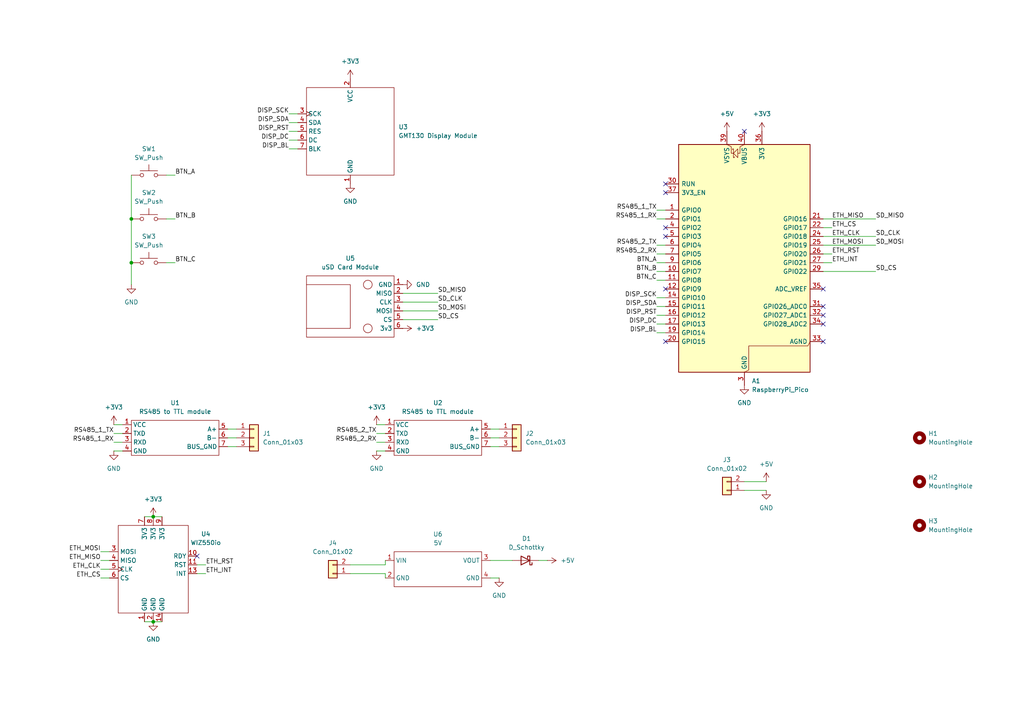
<source format=kicad_sch>
(kicad_sch (version 20250114) (generator "eeschema") (generator_version "9.0")
  (paper "A4")
  (lib_symbols
    (symbol "Connector_Generic:Conn_01x02" (pin_names (offset 1.016) (hide yes))
      (property "Reference" "J" (at 0 2.54 0))
      (property "Value" "Conn_01x02" (at 0 -5.08 0))
      (symbol "Conn_01x02_1_1"
        (rectangle (start -1.27 1.27) (end 1.27 -3.81) (stroke (width 0.254)) (fill (type background)))
        (rectangle (start -1.27 0.127) (end 0 -0.127) (stroke (width 0.1524)))
        (rectangle (start -1.27 -2.413) (end 0 -2.667) (stroke (width 0.1524)))
        (pin passive line (at -5.08 0 0) (length 3.81) (name "Pin_1") (number "1"))
        (pin passive line (at -5.08 -2.54 0) (length 3.81) (name "Pin_2") (number "2"))
      )
    )
    (symbol "Connector_Generic:Conn_01x03" (pin_names (offset 1.016) (hide yes))
      (property "Reference" "J" (at 0 5.08 0))
      (property "Value" "Conn_01x03" (at 0 -5.08 0))
      (symbol "Conn_01x03_1_1"
        (rectangle (start -1.27 3.81) (end 1.27 -3.81) (stroke (width 0.254)) (fill (type background)))
        (rectangle (start -1.27 2.667) (end 0 2.413) (stroke (width 0.1524)))
        (rectangle (start -1.27 0.127) (end 0 -0.127) (stroke (width 0.1524)))
        (rectangle (start -1.27 -2.413) (end 0 -2.667) (stroke (width 0.1524)))
        (pin passive line (at -5.08 2.54 0) (length 3.81) (name "Pin_1") (number "1"))
        (pin passive line (at -5.08 0 0) (length 3.81) (name "Pin_2") (number "2"))
        (pin passive line (at -5.08 -2.54 0) (length 3.81) (name "Pin_3") (number "3"))
      )
    )
    (symbol "Device:D_Schottky" (pin_numbers (hide yes)) (pin_names (offset 1.016) (hide yes))
      (property "Reference" "D" (at 0 2.54 0))
      (property "Value" "D_Schottky" (at 0 -2.54 0))
      (symbol "D_Schottky_0_1"
        (polyline (pts (xy -1.905 0.635) (xy -1.905 1.27) (xy -1.27 1.27) (xy -1.27 -1.27) (xy -0.635 -1.27) (xy -0.635 -0.635)) (stroke (width 0.254)))
        (polyline (pts (xy 1.27 1.27) (xy 1.27 -1.27) (xy -1.27 0) (xy 1.27 1.27)) (stroke (width 0.254)))
        (polyline (pts (xy 1.27 0) (xy -1.27 0)))
      )
      (symbol "D_Schottky_1_1"
        (pin passive line (at -3.81 0 0) (length 2.54) (name "K") (number "1"))
        (pin passive line (at 3.81 0 180) (length 2.54) (name "A") (number "2"))
      )
    )
    (symbol "Displays:GMT130"
      (property "Reference" "U" (at -12.192 -13.97 0))
      (property "Value" "GMT130 Display Module" (at 0 0 0))
      (symbol "GMT130_0_1"
        (rectangle (start -12.7 12.7) (end 12.7 -12.7))
      )
      (symbol "GMT130_1_1"
        (pin input clock (at -15.24 5.08 0) (length 2.54) (name "SCK") (number "3"))
        (pin input line (at -15.24 2.54 0) (length 2.54) (name "SDA") (number "4"))
        (pin input line (at -15.24 0 0) (length 2.54) (name "RES") (number "5"))
        (pin input line (at -15.24 -2.54 0) (length 2.54) (name "DC") (number "6"))
        (pin input line (at -15.24 -5.08 0) (length 2.54) (name "BLK") (number "7"))
        (pin power_in line (at 0 15.24 270) (length 2.54) (name "VCC") (number "2"))
        (pin power_in line (at 0 -15.24 90) (length 2.54) (name "GND") (number "1"))
      )
    )
    (symbol "MCU_Module:RaspberryPi_Pico" (pin_names (offset 0.762))
      (property "Reference" "A" (at -19.05 35.56 0))
      (property "Value" "RaspberryPi_Pico" (at 7.62 35.56 0))
      (symbol "RaspberryPi_Pico_0_1"
        (rectangle (start -19.05 34.29) (end 19.05 -31.75) (stroke (width 0.254)) (fill (type background)))
        (polyline (pts (xy -5.08 34.29) (xy -3.81 33.655) (xy -3.81 31.75) (xy -3.175 31.75)))
        (polyline (pts (xy -3.429 32.766) (xy -3.429 33.02) (xy -3.175 33.02) (xy -3.175 30.48) (xy -2.921 30.48) (xy -2.921 30.734)))
        (polyline (pts (xy -3.175 31.75) (xy -1.905 33.02) (xy -1.905 30.48) (xy -3.175 31.75)))
        (polyline (pts (xy 0 34.29) (xy -1.27 33.655) (xy -1.27 31.75) (xy -1.905 31.75)))
        (polyline (pts (xy 0 -31.75) (xy 1.27 -31.115) (xy 1.27 -24.13) (xy 18.415 -24.13) (xy 19.05 -22.86)))
      )
      (symbol "RaspberryPi_Pico_1_1"
        (pin passive line (at -22.86 22.86 0) (length 3.81) (name "RUN") (number "30"))
        (pin passive line (at -22.86 20.32 0) (length 3.81) (name "3V3_EN") (number "37"))
        (pin bidirectional line (at -22.86 15.24 0) (length 3.81) (name "GPIO0") (number "1"))
        (pin bidirectional line (at -22.86 12.7 0) (length 3.81) (name "GPIO1") (number "2"))
        (pin bidirectional line (at -22.86 10.16 0) (length 3.81) (name "GPIO2") (number "4"))
        (pin bidirectional line (at -22.86 7.62 0) (length 3.81) (name "GPIO3") (number "5"))
        (pin bidirectional line (at -22.86 5.08 0) (length 3.81) (name "GPIO4") (number "6"))
        (pin bidirectional line (at -22.86 2.54 0) (length 3.81) (name "GPIO5") (number "7"))
        (pin bidirectional line (at -22.86 0 0) (length 3.81) (name "GPIO6") (number "9"))
        (pin bidirectional line (at -22.86 -2.54 0) (length 3.81) (name "GPIO7") (number "10"))
        (pin bidirectional line (at -22.86 -5.08 0) (length 3.81) (name "GPIO8") (number "11"))
        (pin bidirectional line (at -22.86 -7.62 0) (length 3.81) (name "GPIO9") (number "12"))
        (pin bidirectional line (at -22.86 -10.16 0) (length 3.81) (name "GPIO10") (number "14"))
        (pin bidirectional line (at -22.86 -12.7 0) (length 3.81) (name "GPIO11") (number "15"))
        (pin bidirectional line (at -22.86 -15.24 0) (length 3.81) (name "GPIO12") (number "16"))
        (pin bidirectional line (at -22.86 -17.78 0) (length 3.81) (name "GPIO13") (number "17"))
        (pin bidirectional line (at -22.86 -20.32 0) (length 3.81) (name "GPIO14") (number "19"))
        (pin bidirectional line (at -22.86 -22.86 0) (length 3.81) (name "GPIO15") (number "20"))
        (pin power_in line (at -5.08 38.1 270) (length 3.81) (name "VSYS") (number "39"))
        (pin power_out line (at 0 38.1 270) (length 3.81) (name "VBUS") (number "40"))
        (pin passive line (at 0 -35.56 90) (length 3.81) (hide yes) (name "GND") (number "13"))
        (pin passive line (at 0 -35.56 90) (length 3.81) (hide yes) (name "GND") (number "18"))
        (pin passive line (at 0 -35.56 90) (length 3.81) (hide yes) (name "GND") (number "23"))
        (pin passive line (at 0 -35.56 90) (length 3.81) (hide yes) (name "GND") (number "28"))
        (pin power_out line (at 0 -35.56 90) (length 3.81) (name "GND") (number "3"))
        (pin passive line (at 0 -35.56 90) (length 3.81) (hide yes) (name "GND") (number "38"))
        (pin passive line (at 0 -35.56 90) (length 3.81) (hide yes) (name "GND") (number "8"))
        (pin power_out line (at 5.08 38.1 270) (length 3.81) (name "3V3") (number "36"))
        (pin bidirectional line (at 22.86 12.7 180) (length 3.81) (name "GPIO16") (number "21"))
        (pin bidirectional line (at 22.86 10.16 180) (length 3.81) (name "GPIO17") (number "22"))
        (pin bidirectional line (at 22.86 7.62 180) (length 3.81) (name "GPIO18") (number "24"))
        (pin bidirectional line (at 22.86 5.08 180) (length 3.81) (name "GPIO19") (number "25"))
        (pin bidirectional line (at 22.86 2.54 180) (length 3.81) (name "GPIO20") (number "26"))
        (pin bidirectional line (at 22.86 0 180) (length 3.81) (name "GPIO21") (number "27"))
        (pin bidirectional line (at 22.86 -2.54 180) (length 3.81) (name "GPIO22") (number "29"))
        (pin power_in line (at 22.86 -7.62 180) (length 3.81) (name "ADC_VREF") (number "35"))
        (pin bidirectional line (at 22.86 -12.7 180) (length 3.81) (name "GPIO26_ADC0") (number "31"))
        (pin bidirectional line (at 22.86 -15.24 180) (length 3.81) (name "GPIO27_ADC1") (number "32"))
        (pin bidirectional line (at 22.86 -17.78 180) (length 3.81) (name "GPIO28_ADC2") (number "34"))
        (pin power_out line (at 22.86 -22.86 180) (length 3.81) (name "AGND") (number "33"))
      )
    )
    (symbol "Mechanical:MountingHole" (pin_names (offset 1.016)) (in_bom no)
      (property "Reference" "H" (at 0 5.08 0))
      (property "Value" "MountingHole" (at 0 3.175 0))
      (symbol "MountingHole_0_1"
        (circle (center 0 0) (radius 1.27) (stroke (width 1.27)))
      )
    )
    (symbol "Modules:AliE_MP1584EN_regulator"
      (property "Reference" "U" (at -12.192 -6.35 0))
      (symbol "AliE_MP1584EN_regulator_0_1"
        (rectangle (start -12.7 5.08) (end 12.7 -5.08))
      )
      (symbol "AliE_MP1584EN_regulator_1_1"
        (pin power_in line (at -15.24 2.54 0) (length 2.54) (name "VIN") (number "1"))
        (pin power_in line (at -15.24 -2.54 0) (length 2.54) (name "GND") (number "2"))
        (pin power_out line (at 15.24 2.54 180) (length 2.54) (name "VOUT") (number "3"))
        (pin power_out line (at 15.24 -2.54 180) (length 2.54) (name "GND") (number "4"))
      )
    )
    (symbol "Modules:RS485_to_TTL"
      (property "Reference" "U" (at -12.192 -6.35 0))
      (property "Value" "RS485 to TTL module" (at 0 6.35 0))
      (symbol "RS485_to_TTL_0_1"
        (rectangle (start -12.7 5.08) (end 12.7 -5.08))
      )
      (symbol "RS485_to_TTL_1_1"
        (pin power_in line (at -15.24 3.81 0) (length 2.54) (name "VCC") (number "1"))
        (pin input line (at -15.24 1.27 0) (length 2.54) (name "TXD") (number "2"))
        (pin output line (at -15.24 -1.27 0) (length 2.54) (name "RXD") (number "3"))
        (pin power_in line (at -15.24 -3.81 0) (length 2.54) (name "GND") (number "4"))
        (pin bidirectional line (at 15.24 2.54 180) (length 2.54) (name "A+") (number "5"))
        (pin bidirectional line (at 15.24 0 180) (length 2.54) (name "B-") (number "6"))
        (pin power_in line (at 15.24 -2.54 180) (length 2.54) (name "BUS_GND") (number "7"))
      )
    )
    (symbol "Modules:WIZ550io"
      (property "Reference" "U" (at -9.652 -13.97 0))
      (property "Value" "WIZ550io" (at 8.636 -14.224 0))
      (symbol "WIZ550io_0_1"
        (rectangle (start -10.16 12.7) (end 10.16 -12.7))
      )
      (symbol "WIZ550io_1_1"
        (pin input line (at -12.7 5.08 0) (length 2.54) (name "MOSI") (number "3"))
        (pin output line (at -12.7 2.54 0) (length 2.54) (name "MISO") (number "4"))
        (pin input clock (at -12.7 0 0) (length 2.54) (name "CLK") (number "5"))
        (pin input line (at -12.7 -2.54 0) (length 2.54) (name "CS") (number "6"))
        (pin power_in line (at -2.54 15.24 270) (length 2.54) (name "3V3") (number "7"))
        (pin power_in line (at -2.54 -15.24 90) (length 2.54) (name "GND") (number "1"))
        (pin power_in line (at 0 15.24 270) (length 2.54) (name "3V3") (number "8"))
        (pin power_in line (at 0 -15.24 90) (length 2.54) (name "GND") (number "2"))
        (pin power_in line (at 2.54 15.24 270) (length 2.54) (name "3V3") (number "9"))
        (pin power_in line (at 2.54 -15.24 90) (length 2.54) (name "GND") (number "14"))
        (pin output line (at 12.7 3.81 180) (length 2.54) (name "RDY") (number "10"))
        (pin input line (at 12.7 1.27 180) (length 2.54) (name "RST") (number "11"))
        (pin output line (at 12.7 -1.27 180) (length 2.54) (name "INT") (number "13"))
      )
    )
    (symbol "Modules:uSD_Card"
      (property "Reference" "U" (at -12.192 -10.414 0))
      (property "Value" "uSD Card Module" (at 0 9.906 0))
      (symbol "uSD_Card_0_1"
        (polyline (pts (xy -12.7 6.35) (xy 0 6.35) (xy 0 -6.35) (xy -12.7 -6.35)))
        (circle (center 5.08 6.35) (radius 1.27))
        (circle (center 5.08 -6.35) (radius 1.27))
        (polyline (pts (xy 12.7 8.89) (xy 12.7 -8.89) (xy -12.7 -8.89) (xy -12.7 8.89) (xy 12.7 8.89)))
      )
      (symbol "uSD_Card_1_1"
        (pin power_in line (at 15.24 6.35 180) (length 2.54) (name "GND") (number "1"))
        (pin output line (at 15.24 3.81 180) (length 2.54) (name "MISO") (number "2"))
        (pin input line (at 15.24 1.27 180) (length 2.54) (name "CLK") (number "3"))
        (pin input line (at 15.24 -1.27 180) (length 2.54) (name "MOSI") (number "4"))
        (pin input line (at 15.24 -3.81 180) (length 2.54) (name "CS") (number "5"))
        (pin power_in line (at 15.24 -6.35 180) (length 2.54) (name "3v3") (number "6"))
      )
    )
    (symbol "Switch:SW_Push" (pin_numbers (hide yes)) (pin_names (offset 1.016) (hide yes))
      (property "Reference" "SW" (at 1.27 2.54 0))
      (property "Value" "SW_Push" (at 0 -1.524 0))
      (symbol "SW_Push_0_1"
        (circle (center -2.032 0) (radius 0.508))
        (polyline (pts (xy 0 1.27) (xy 0 3.048)))
        (circle (center 2.032 0) (radius 0.508))
        (polyline (pts (xy 2.54 1.27) (xy -2.54 1.27)))
        (pin passive line (at -5.08 0 0) (length 2.54) (name "1") (number "1"))
        (pin passive line (at 5.08 0 180) (length 2.54) (name "2") (number "2"))
      )
    )
    (symbol "power:+3V3" (power) (pin_numbers (hide yes)) (pin_names (offset 0) (hide yes))
      (property "Value" "+3V3" (at 0 3.556 0))
      (symbol "+3V3_0_1"
        (polyline (pts (xy -0.762 1.27) (xy 0 2.54)))
        (polyline (pts (xy 0 2.54) (xy 0.762 1.27)))
        (polyline (pts (xy 0 0) (xy 0 2.54)))
      )
      (symbol "+3V3_1_1"
        (pin power_in line (at 0 0 90) (length 0) (name "~") (number "1"))
      )
    )
    (symbol "power:+5V" (power) (pin_numbers (hide yes)) (pin_names (offset 0) (hide yes))
      (property "Value" "+5V" (at 0 3.556 0))
      (symbol "+5V_0_1"
        (polyline (pts (xy -0.762 1.27) (xy 0 2.54)))
        (polyline (pts (xy 0 2.54) (xy 0.762 1.27)))
        (polyline (pts (xy 0 0) (xy 0 2.54)))
      )
      (symbol "+5V_1_1"
        (pin power_in line (at 0 0 90) (length 0) (name "~") (number "1"))
      )
    )
    (symbol "power:GND" (power) (pin_numbers (hide yes)) (pin_names (offset 0) (hide yes))
      (property "Value" "GND" (at 0 -3.81 0))
      (symbol "GND_0_1"
        (polyline (pts (xy 0 0) (xy 0 -1.27) (xy 1.27 -1.27) (xy 0 -2.54) (xy -1.27 -1.27) (xy 0 -1.27)))
      )
      (symbol "GND_1_1"
        (pin power_in line (at 0 0 270) (length 0) (name "~") (number "1"))
      )
    )
  )
  (junction (at 44.45 180.34))
  (junction (at 44.45 149.86))
  (junction (at 38.1 76.2))
  (junction (at 38.1 63.5))
  (no_connect (at 238.76 99.06))
  (no_connect (at 193.04 55.88))
  (no_connect (at 238.76 83.82))
  (no_connect (at 193.04 66.04))
  (no_connect (at 238.76 91.44))
  (no_connect (at 215.9 38.1))
  (no_connect (at 238.76 88.9))
  (no_connect (at 193.04 53.34))
  (no_connect (at 57.15 161.29))
  (no_connect (at 193.04 99.06))
  (no_connect (at 238.76 93.98))
  (no_connect (at 193.04 83.82))
  (no_connect (at 193.04 68.58))
  (wire (pts (xy 190.5 63.5) (xy 193.04 63.5)))
  (wire (pts (xy 109.22 130.81) (xy 111.76 130.81)))
  (wire (pts (xy 241.3 76.2) (xy 238.76 76.2)))
  (wire (pts (xy 190.5 60.96) (xy 193.04 60.96)))
  (wire (pts (xy 190.5 88.9) (xy 193.04 88.9)))
  (wire (pts (xy 215.9 139.7) (xy 222.25 139.7)))
  (wire (pts (xy 109.22 128.27) (xy 111.76 128.27)))
  (wire (pts (xy 33.02 125.73) (xy 35.56 125.73)))
  (wire (pts (xy 41.91 149.86) (xy 44.45 149.86)))
  (wire (pts (xy 116.84 87.63) (xy 127 87.63)))
  (wire (pts (xy 238.76 71.12) (xy 254 71.12)))
  (wire (pts (xy 190.5 93.98) (xy 193.04 93.98)))
  (wire (pts (xy 50.8 76.2) (xy 48.26 76.2)))
  (wire (pts (xy 190.5 78.74) (xy 193.04 78.74)))
  (wire (pts (xy 50.8 63.5) (xy 48.26 63.5)))
  (wire (pts (xy 111.76 163.83) (xy 111.76 162.56)))
  (wire (pts (xy 215.9 142.24) (xy 222.25 142.24)))
  (wire (pts (xy 33.02 123.19) (xy 35.56 123.19)))
  (wire (pts (xy 190.5 91.44) (xy 193.04 91.44)))
  (wire (pts (xy 38.1 76.2) (xy 38.1 82.55)))
  (wire (pts (xy 83.82 33.02) (xy 86.36 33.02)))
  (wire (pts (xy 44.45 180.34) (xy 46.99 180.34)))
  (wire (pts (xy 116.84 90.17) (xy 127 90.17)))
  (wire (pts (xy 190.5 86.36) (xy 193.04 86.36)))
  (wire (pts (xy 109.22 123.19) (xy 111.76 123.19)))
  (wire (pts (xy 238.76 68.58) (xy 254 68.58)))
  (wire (pts (xy 142.24 127) (xy 144.78 127)))
  (wire (pts (xy 116.84 92.71) (xy 127 92.71)))
  (wire (pts (xy 238.76 63.5) (xy 254 63.5)))
  (wire (pts (xy 190.5 81.28) (xy 193.04 81.28)))
  (wire (pts (xy 50.8 50.8) (xy 48.26 50.8)))
  (wire (pts (xy 241.3 73.66) (xy 238.76 73.66)))
  (wire (pts (xy 83.82 35.56) (xy 86.36 35.56)))
  (wire (pts (xy 66.04 124.46) (xy 68.58 124.46)))
  (wire (pts (xy 158.75 162.56) (xy 156.21 162.56)))
  (wire (pts (xy 116.84 85.09) (xy 127 85.09)))
  (wire (pts (xy 38.1 63.5) (xy 38.1 76.2)))
  (wire (pts (xy 142.24 129.54) (xy 144.78 129.54)))
  (wire (pts (xy 142.24 167.64) (xy 144.78 167.64)))
  (wire (pts (xy 190.5 71.12) (xy 193.04 71.12)))
  (wire (pts (xy 111.76 166.37) (xy 111.76 167.64)))
  (wire (pts (xy 29.21 165.1) (xy 31.75 165.1)))
  (wire (pts (xy 44.45 149.86) (xy 46.99 149.86)))
  (wire (pts (xy 66.04 127) (xy 68.58 127)))
  (wire (pts (xy 190.5 96.52) (xy 193.04 96.52)))
  (wire (pts (xy 83.82 38.1) (xy 86.36 38.1)))
  (wire (pts (xy 59.69 166.37) (xy 57.15 166.37)))
  (wire (pts (xy 241.3 66.04) (xy 238.76 66.04)))
  (wire (pts (xy 83.82 43.18) (xy 86.36 43.18)))
  (wire (pts (xy 238.76 78.74) (xy 254 78.74)))
  (wire (pts (xy 29.21 167.64) (xy 31.75 167.64)))
  (wire (pts (xy 190.5 73.66) (xy 193.04 73.66)))
  (wire (pts (xy 38.1 50.8) (xy 38.1 63.5)))
  (wire (pts (xy 101.6 163.83) (xy 111.76 163.83)))
  (wire (pts (xy 142.24 162.56) (xy 148.59 162.56)))
  (wire (pts (xy 59.69 163.83) (xy 57.15 163.83)))
  (wire (pts (xy 33.02 128.27) (xy 35.56 128.27)))
  (wire (pts (xy 142.24 124.46) (xy 144.78 124.46)))
  (wire (pts (xy 33.02 130.81) (xy 35.56 130.81)))
  (wire (pts (xy 29.21 162.56) (xy 31.75 162.56)))
  (wire (pts (xy 101.6 166.37) (xy 111.76 166.37)))
  (wire (pts (xy 66.04 129.54) (xy 68.58 129.54)))
  (wire (pts (xy 29.21 160.02) (xy 31.75 160.02)))
  (wire (pts (xy 41.91 180.34) (xy 44.45 180.34)))
  (wire (pts (xy 190.5 76.2) (xy 193.04 76.2)))
  (wire (pts (xy 83.82 40.64) (xy 86.36 40.64)))
  (wire (pts (xy 109.22 125.73) (xy 111.76 125.73)))
  (label "RS485_2_RX" (at 190.5 73.66 180))
  (label "ETH_INT" (at 241.3 76.2 0))
  (label "DISP_BL" (at 190.5 96.52 180))
  (label "RS485_1_TX" (at 33.02 125.73 180))
  (label "ETH_MISO" (at 29.21 162.56 180))
  (label "RS485_1_TX" (at 190.5 60.96 180))
  (label "ETH_RST" (at 241.3 73.66 0))
  (label "DISP_SCK" (at 190.5 86.36 180))
  (label "ETH_CS" (at 29.21 167.64 180))
  (label "SD_CS" (at 254 78.74 0))
  (label "SD_MISO" (at 254 63.5 0))
  (label "BTN_B" (at 50.8 63.5 0))
  (label "ETH_RST" (at 59.69 163.83 0))
  (label "BTN_C" (at 50.8 76.2 0))
  (label "ETH_MISO" (at 241.3 63.5 0))
  (label "ETH_CLK" (at 29.21 165.1 180))
  (label "SD_CS" (at 127 92.71 0))
  (label "RS485_1_RX" (at 33.02 128.27 180))
  (label "ETH_INT" (at 59.69 166.37 0))
  (label "BTN_A" (at 50.8 50.8 0))
  (label "RS485_2_TX" (at 190.5 71.12 180))
  (label "DISP_BL" (at 83.82 43.18 180))
  (label "DISP_SDA" (at 190.5 88.9 180))
  (label "SD_CLK" (at 127 87.63 0))
  (label "SD_CLK" (at 254 68.58 0))
  (label "BTN_A" (at 190.5 76.2 180))
  (label "ETH_MOSI" (at 29.21 160.02 180))
  (label "DISP_SCK" (at 83.82 33.02 180))
  (label "DISP_SDA" (at 83.82 35.56 180))
  (label "SD_MOSI" (at 254 71.12 0))
  (label "SD_MISO" (at 127 85.09 0))
  (label "BTN_C" (at 190.5 81.28 180))
  (label "ETH_CS" (at 241.3 66.04 0))
  (label "DISP_RST" (at 83.82 38.1 180))
  (label "RS485_2_RX" (at 109.22 128.27 180))
  (label "ETH_MOSI" (at 241.3 71.12 0))
  (label "DISP_DC" (at 190.5 93.98 180))
  (label "DISP_RST" (at 190.5 91.44 180))
  (label "SD_MOSI" (at 127 90.17 0))
  (label "BTN_B" (at 190.5 78.74 180))
  (label "RS485_1_RX" (at 190.5 63.5 180))
  (label "DISP_DC" (at 83.82 40.64 180))
  (label "ETH_CLK" (at 241.3 68.58 0))
  (label "RS485_2_TX" (at 109.22 125.73 180))
  (symbol (lib_id "Modules:uSD_Card") (at 101.6 88.9 0) (unit 1)
    (property "Reference" "U5" (at 101.6 74.93 0))
    (property "Value" "uSD Card Module" (at 101.6 77.47 0))
    (property "Footprint" "Modules:uSD_Card" (effects (hide yes)))
  )
  (symbol (lib_id "power:+3V3") (at 101.6 22.86 0) (unit 1)
    (property "Reference" "#PWR07" (effects (hide yes)))
    (property "Value" "+3V3" (at 101.6 17.78 0))
    (property "Description" "Power symbol creates a global label with name \"+3V3\"" (effects (hide yes)))
  )
  (symbol (lib_id "Connector_Generic:Conn_01x02") (at 210.82 142.24 180) (unit 1)
    (property "Reference" "J3" (at 210.82 133.35 0))
    (property "Value" "Conn_01x02" (at 210.82 135.89 0))
    (property "Footprint" "Connectors:ED5552DS" (effects (hide yes)))
    (property "Description" "Generic connector, single row, 01x02, script generated (kicad-library-utils/schlib/autogen/connector/)" (effects (hide yes)))
  )
  (symbol (lib_id "power:+3V3") (at 33.02 123.19 0) (unit 1)
    (property "Reference" "#PWR05" (effects (hide yes)))
    (property "Value" "+3V3" (at 33.02 118.11 0))
    (property "Description" "Power symbol creates a global label with name \"+3V3\"" (effects (hide yes)))
  )
  (symbol (lib_id "MCU_Module:RaspberryPi_Pico") (at 215.9 76.2 0) (unit 1)
    (property "Reference" "A1" (at 218.0433 110.49 0) (effects (justify left)))
    (property "Value" "RaspberryPi_Pico" (at 218.0433 113.03 0) (effects (justify left)))
    (property "Footprint" "Module:RaspberryPi_Pico_Common_THT" (effects (hide yes)))
    (property "Datasheet" "https://datasheets.raspberrypi.com/pico/pico-datasheet.pdf" (effects (hide yes)))
    (property "Description" "Versatile and inexpensive microcontroller module powered by RP2040 dual-core Arm Cortex-M0+ processor up to 133 MHz, 264kB SRAM, 2MB QSPI flash; also supports Raspberry Pi Pico 2" (effects (hide yes)))
  )
  (symbol (lib_id "power:GND") (at 222.25 142.24 0) (unit 1)
    (property "Reference" "#PWR015" (effects (hide yes)))
    (property "Value" "GND" (at 222.25 147.32 0))
    (property "Description" "Power symbol creates a global label with name \"GND\" , ground" (effects (hide yes)))
  )
  (symbol (lib_id "Mechanical:MountingHole") (at 266.7 152.4 0) (unit 1) (in_bom no)
    (property "Reference" "H3" (at 269.24 151.1299 0) (effects (justify left)))
    (property "Value" "MountingHole" (at 269.24 153.6699 0) (effects (justify left)))
    (property "Footprint" "MountingHole:MountingHole_3.2mm_M3" (effects (hide yes)))
    (property "Description" "Mounting Hole without connection" (effects (hide yes)))
  )
  (symbol (lib_id "Device:D_Schottky") (at 152.4 162.56 180) (unit 1)
    (property "Reference" "D1" (at 152.7175 156.21 0))
    (property "Value" "D_Schottky" (at 152.7175 158.75 0))
    (property "Footprint" "Diode_SMD:D_SOD-123" (effects (hide yes)))
    (property "Description" "Schottky diode" (effects (hide yes)))
  )
  (symbol (lib_id "power:GND") (at 144.78 167.64 0) (unit 1)
    (property "Reference" "#PWR018" (effects (hide yes)))
    (property "Value" "GND" (at 144.78 172.72 0))
    (property "Description" "Power symbol creates a global label with name \"GND\" , ground" (effects (hide yes)))
  )
  (symbol (lib_id "power:GND") (at 109.22 130.81 0) (unit 1)
    (property "Reference" "#PWR014" (effects (hide yes)))
    (property "Value" "GND" (at 109.22 135.89 0))
    (property "Description" "Power symbol creates a global label with name \"GND\" , ground" (effects (hide yes)))
  )
  (symbol (lib_id "power:+5V") (at 158.75 162.56 270) (unit 1)
    (property "Reference" "#PWR017" (effects (hide yes)))
    (property "Value" "+5V" (at 162.56 162.5599 90) (effects (justify left)))
    (property "Description" "Power symbol creates a global label with name \"+5V\"" (effects (hide yes)))
  )
  (symbol (lib_id "power:GND") (at 215.9 111.76 0) (unit 1)
    (property "Reference" "#PWR09" (effects (hide yes)))
    (property "Value" "GND" (at 215.9 116.84 0))
    (property "Description" "Power symbol creates a global label with name \"GND\" , ground" (effects (hide yes)))
  )
  (symbol (lib_id "Modules:WIZ550io") (at 44.45 165.1 0) (unit 1)
    (property "Reference" "U4" (at 59.69 154.8698 0))
    (property "Value" "WIZ550io" (at 59.69 157.4098 0))
    (property "Footprint" "Modules:WIZ550io" (effects (hide yes)))
    (property "Datasheet" "https://docs.wiznet.io/Product/ioModule/wiz550io" (effects (hide yes)))
  )
  (symbol (lib_id "power:+3V3") (at 116.84 95.25 270) (unit 1)
    (property "Reference" "#PWR013" (effects (hide yes)))
    (property "Value" "+3V3" (at 120.65 95.2499 90) (effects (justify left)))
    (property "Description" "Power symbol creates a global label with name \"+3V3\"" (effects (hide yes)))
  )
  (symbol (lib_id "power:GND") (at 38.1 82.55 0) (unit 1)
    (property "Reference" "#PWR01" (effects (hide yes)))
    (property "Value" "GND" (at 38.1 87.63 0))
    (property "Description" "Power symbol creates a global label with name \"GND\" , ground" (effects (hide yes)))
  )
  (symbol (lib_id "Modules:RS485_to_TTL") (at 127 127 0) (unit 1)
    (property "Reference" "U2" (at 127 116.84 0))
    (property "Value" "RS485 to TTL module" (at 127 119.38 0))
    (property "Footprint" "Modules:RS485_to_ttl" (effects (hide yes)))
  )
  (symbol (lib_id "Mechanical:MountingHole") (at 266.7 127 0) (unit 1) (in_bom no)
    (property "Reference" "H1" (at 269.24 125.7299 0) (effects (justify left)))
    (property "Value" "MountingHole" (at 269.24 128.2699 0) (effects (justify left)))
    (property "Footprint" "MountingHole:MountingHole_3.2mm_M3" (effects (hide yes)))
    (property "Description" "Mounting Hole without connection" (effects (hide yes)))
  )
  (symbol (lib_id "power:GND") (at 116.84 82.55 90) (unit 1)
    (property "Reference" "#PWR03" (effects (hide yes)))
    (property "Value" "GND" (at 120.65 82.5499 90) (effects (justify right)))
    (property "Description" "Power symbol creates a global label with name \"GND\" , ground" (effects (hide yes)))
  )
  (symbol (lib_id "power:+3V3") (at 44.45 149.86 0) (unit 1)
    (property "Reference" "#PWR012" (effects (hide yes)))
    (property "Value" "+3V3" (at 44.45 144.78 0))
    (property "Description" "Power symbol creates a global label with name \"+3V3\"" (effects (hide yes)))
  )
  (symbol (lib_id "Switch:SW_Push") (at 43.18 63.5 0) (unit 1)
    (property "Reference" "SW2" (at 43.18 55.88 0))
    (property "Value" "SW_Push" (at 43.18 58.42 0))
    (property "Footprint" "Button_Switch_THT:SW_PUSH_6mm" (effects (hide yes)))
    (property "Description" "Push button switch, generic, two pins" (effects (hide yes)))
  )
  (symbol (lib_id "power:GND") (at 33.02 130.81 0) (unit 1)
    (property "Reference" "#PWR04" (effects (hide yes)))
    (property "Value" "GND" (at 33.02 135.89 0))
    (property "Description" "Power symbol creates a global label with name \"GND\" , ground" (effects (hide yes)))
  )
  (symbol (lib_id "Switch:SW_Push") (at 43.18 76.2 0) (unit 1)
    (property "Reference" "SW3" (at 43.18 68.58 0))
    (property "Value" "SW_Push" (at 43.18 71.12 0))
    (property "Footprint" "Button_Switch_THT:SW_PUSH_6mm" (effects (hide yes)))
    (property "Description" "Push button switch, generic, two pins" (effects (hide yes)))
  )
  (symbol (lib_id "power:+5V") (at 210.82 38.1 0) (unit 1)
    (property "Reference" "#PWR010" (effects (hide yes)))
    (property "Value" "+5V" (at 210.82 33.02 0))
    (property "Description" "Power symbol creates a global label with name \"+5V\"" (effects (hide yes)))
  )
  (symbol (lib_id "power:GND") (at 44.45 180.34 0) (unit 1)
    (property "Reference" "#PWR011" (effects (hide yes)))
    (property "Value" "GND" (at 44.45 185.42 0))
    (property "Description" "Power symbol creates a global label with name \"GND\" , ground" (effects (hide yes)))
  )
  (symbol (lib_id "Mechanical:MountingHole") (at 266.7 139.7 0) (unit 1) (in_bom no)
    (property "Reference" "H2" (at 269.24 138.4299 0) (effects (justify left)))
    (property "Value" "MountingHole" (at 269.24 140.9699 0) (effects (justify left)))
    (property "Footprint" "MountingHole:MountingHole_3.2mm_M3" (effects (hide yes)))
    (property "Description" "Mounting Hole without connection" (effects (hide yes)))
  )
  (symbol (lib_id "power:+5V") (at 222.25 139.7 0) (unit 1)
    (property "Reference" "#PWR016" (effects (hide yes)))
    (property "Value" "+5V" (at 222.25 134.62 0))
    (property "Description" "Power symbol creates a global label with name \"+5V\"" (effects (hide yes)))
  )
  (symbol (lib_id "Connector_Generic:Conn_01x03") (at 73.66 127 0) (unit 1)
    (property "Reference" "J1" (at 76.2 125.7299 0) (effects (justify left)))
    (property "Value" "Conn_01x03" (at 76.2 128.2699 0) (effects (justify left)))
    (property "Footprint" "Connectors:CTB7000-3" (effects (hide yes)))
    (property "Description" "Generic connector, single row, 01x03, script generated (kicad-library-utils/schlib/autogen/connector/)" (effects (hide yes)))
  )
  (symbol (lib_id "power:+3V3") (at 109.22 123.19 0) (unit 1)
    (property "Reference" "#PWR06" (effects (hide yes)))
    (property "Value" "+3V3" (at 109.22 118.11 0))
    (property "Description" "Power symbol creates a global label with name \"+3V3\"" (effects (hide yes)))
  )
  (symbol (lib_id "Displays:GMT130") (at 101.6 38.1 0) (unit 1)
    (property "Reference" "U3" (at 115.57 36.8299 0) (effects (justify left)))
    (property "Value" "GMT130 Display Module" (at 115.57 39.3699 0) (effects (justify left)))
    (property "Footprint" "Displays:GMT130" (effects (hide yes)))
    (property "Description" "240x240 display module" (effects (hide yes)))
  )
  (symbol (lib_id "Modules:RS485_to_TTL") (at 50.8 127 0) (unit 1)
    (property "Reference" "U1" (at 50.8 116.84 0))
    (property "Value" "RS485 to TTL module" (at 50.8 119.38 0))
    (property "Footprint" "Modules:RS485_to_ttl" (effects (hide yes)))
  )
  (symbol (lib_id "power:+3V3") (at 220.98 38.1 0) (unit 1)
    (property "Reference" "#PWR08" (effects (hide yes)))
    (property "Value" "+3V3" (at 220.98 33.02 0))
    (property "Description" "Power symbol creates a global label with name \"+3V3\"" (effects (hide yes)))
  )
  (symbol (lib_id "Modules:AliE_MP1584EN_regulator") (at 127 165.1 0) (unit 1)
    (property "Reference" "U6" (at 127 154.94 0))
    (property "Value" "5V" (at 127 157.48 0))
    (property "Footprint" "Modules:AliE_MP1584EN_regulator" (effects (hide yes)))
    (property "Datasheet" "https://www.aliexpress.com/item/1005008473291427.html" (effects (hide yes)))
    (property "Description" "MP1584EN regulator module" (effects (hide yes)))
  )
  (symbol (lib_id "power:GND") (at 101.6 53.34 0) (unit 1)
    (property "Reference" "#PWR02" (effects (hide yes)))
    (property "Value" "GND" (at 101.6 58.42 0))
    (property "Description" "Power symbol creates a global label with name \"GND\" , ground" (effects (hide yes)))
  )
  (symbol (lib_id "Switch:SW_Push") (at 43.18 50.8 0) (unit 1)
    (property "Reference" "SW1" (at 43.18 43.18 0))
    (property "Value" "SW_Push" (at 43.18 45.72 0))
    (property "Footprint" "Button_Switch_THT:SW_PUSH_6mm" (effects (hide yes)))
    (property "Description" "Push button switch, generic, two pins" (effects (hide yes)))
  )
  (symbol (lib_id "Connector_Generic:Conn_01x03") (at 149.86 127 0) (unit 1)
    (property "Reference" "J2" (at 152.4 125.7299 0) (effects (justify left)))
    (property "Value" "Conn_01x03" (at 152.4 128.2699 0) (effects (justify left)))
    (property "Footprint" "Connectors:CTB7000-3" (effects (hide yes)))
    (property "Description" "Generic connector, single row, 01x03, script generated (kicad-library-utils/schlib/autogen/connector/)" (effects (hide yes)))
  )
  (symbol (lib_id "Connector_Generic:Conn_01x02") (at 96.52 166.37 180) (unit 1)
    (property "Reference" "J4" (at 96.52 157.48 0))
    (property "Value" "Conn_01x02" (at 96.52 160.02 0))
    (property "Footprint" "Connectors:ED5552DS" (effects (hide yes)))
    (property "Description" "Generic connector, single row, 01x02, script generated (kicad-library-utils/schlib/autogen/connector/)" (effects (hide yes)))
  )
)
</source>
